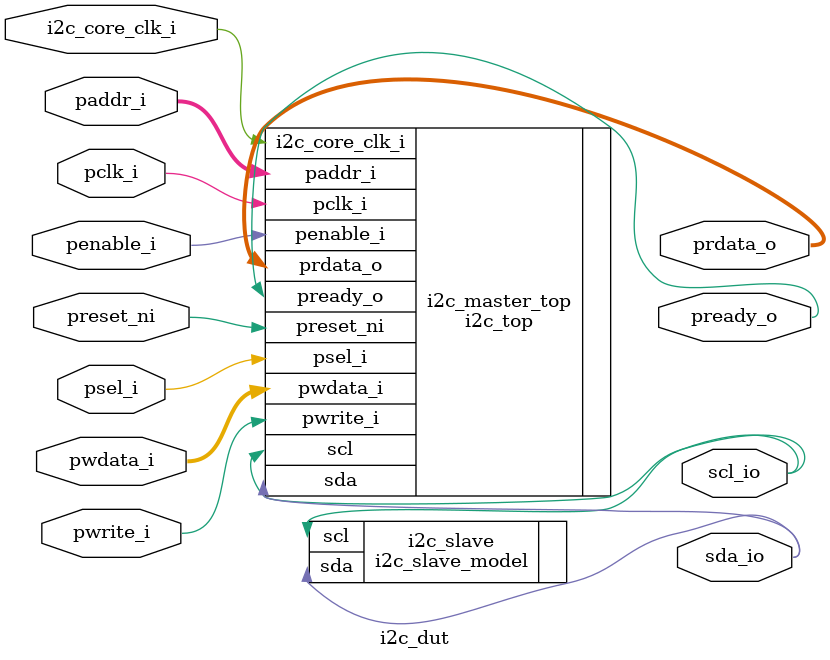
<source format=v>
module i2c_dut 
(
    input                               i2c_core_clk_i      ,   // clock core of i2c
    input                               pclk_i              ,   //  APB clock
    input                               preset_ni           ,   //  reset signal is active-LOW
    input   [7 : 0]         			paddr_i             ,   //  address of APB slave and inputister map
    input                               pwrite_i            ,   //  HIGH is write, LOW is read
    input                               psel_i              ,   //  select slave interface
    input                               penable_i           ,   //  Enable. PENABLE indicates the second and subsequent cycles of an APB transfer.
    input   [7 : 0]         			pwdata_i            ,   //  data write

    output  [7 : 0]         			prdata_o            ,   //  data read
    output                              pready_o            ,   //  ready to receive data
    output                              sda_io              ,
    output                              scl_io              
);

    i2c_top     i2c_master_top (
        .i2c_core_clk_i (i2c_core_clk_i )     ,   // clock core of i2c
        .pclk_i         (pclk_i         )     ,   //  APB clock
        .preset_ni      (preset_ni      )     ,   //  reset signal is active-LOW
        .paddr_i        (paddr_i        )     ,   //  address of APB slave and register map
        .pwrite_i       (pwrite_i       )     ,   //  HIGH is write, LOW is read
        .psel_i         (psel_i         )     ,   //  select slave interface
        .penable_i      (penable_i      )     ,   //  Enable. PENABLE indicates the second and subsequent cycles of an APB transfer.
        .pwdata_i       (pwdata_i       )     ,   //  data write

        .prdata_o       (prdata_o       )     ,   //  data read
        .pready_o       (pready_o       )     ,   //  ready to receive data
        .sda            (sda_io         )     ,
        .scl            (scl_io         )     
    );

    i2c_slave_model i2c_slave   (
        .sda    (sda_io )   ,
        .scl    (scl_io )   
    );
    
endmodule
</source>
